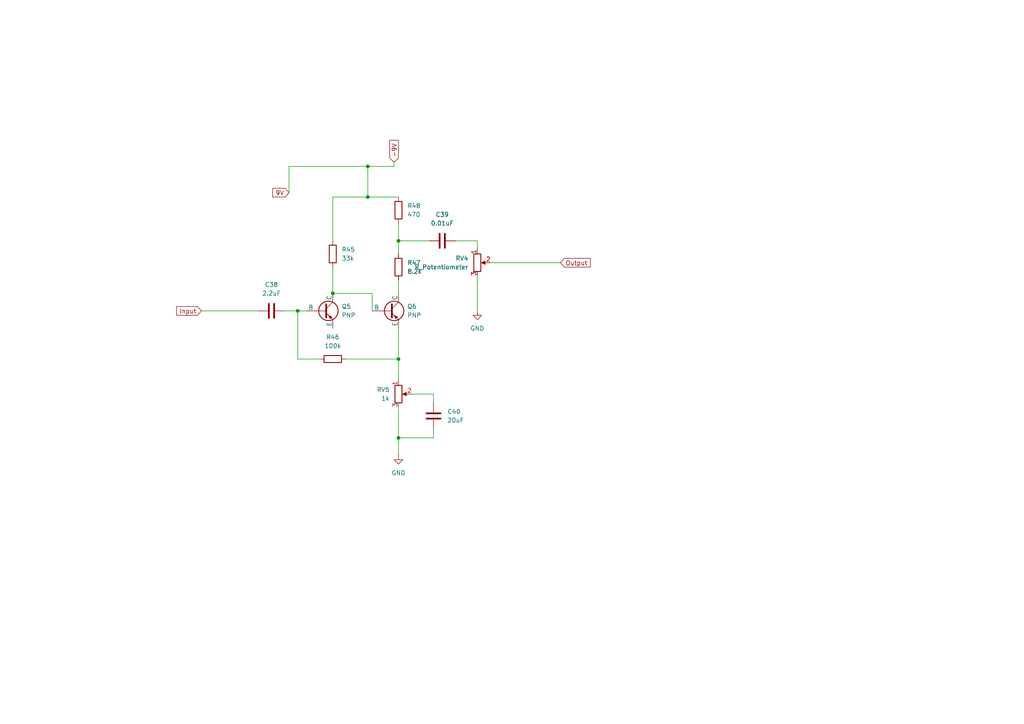
<source format=kicad_sch>
(kicad_sch (version 20231120) (generator "eeschema") (generator_version "8.0")
  (paper "A4")
  (lib_symbols
    (symbol "Device:C" (pin_numbers hide) (pin_names (offset 0.254))
      (property "Reference" "C" (at 0.635 2.54 0))
      (property "Value" "C" (at 0.635 -2.54 0))
      (symbol "C_0_1"
        (polyline (pts (xy -2.032 -0.762) (xy 2.032 -0.762)) (stroke (width 0.508)))
        (polyline (pts (xy -2.032 0.762) (xy 2.032 0.762)) (stroke (width 0.508)))
      )
      (symbol "C_1_1"
        (pin passive line (at 0 3.81 270) (length 2.794) (name "~") (number "1"))
        (pin passive line (at 0 -3.81 90) (length 2.794) (name "~") (number "2"))
      )
    )
    (symbol "Device:R" (pin_numbers hide) (pin_names (offset 0))
      (property "Reference" "R" (at 2.032 0 90))
      (property "Value" "R" (at 0 0 90))
      (symbol "R_0_1"
        (rectangle (start -1.016 -2.54) (end 1.016 2.54) (stroke (width 0.254)))
      )
      (symbol "R_1_1"
        (pin passive line (at 0 3.81 270) (length 1.27) (name "~") (number "1"))
        (pin passive line (at 0 -3.81 90) (length 1.27) (name "~") (number "2"))
      )
    )
    (symbol "Device:R_Potentiometer" (pin_names (offset 1.016) hide)
      (property "Reference" "RV" (at -4.445 0 90))
      (property "Value" "R_Potentiometer" (at -2.54 0 90))
      (symbol "R_Potentiometer_0_1"
        (polyline (pts (xy 2.54 0) (xy 1.524 0)))
        (polyline (pts (xy 1.143 0) (xy 2.286 0.508) (xy 2.286 -0.508) (xy 1.143 0)) (fill (type outline)))
        (rectangle (start 1.016 2.54) (end -1.016 -2.54) (stroke (width 0.254)))
      )
      (symbol "R_Potentiometer_1_1"
        (pin passive line (at 0 3.81 270) (length 1.27) (name "1") (number "1"))
        (pin passive line (at 3.81 0 180) (length 1.27) (name "2") (number "2"))
        (pin passive line (at 0 -3.81 90) (length 1.27) (name "3") (number "3"))
      )
    )
    (symbol "Simulation_SPICE:PNP" (pin_numbers hide) (pin_names (offset 0))
      (property "Reference" "Q" (at -2.54 7.62 0))
      (property "Value" "PNP" (at -2.54 5.08 0))
      (symbol "PNP_0_1"
        (polyline (pts (xy -2.54 0) (xy 0.635 0)) (stroke (width 0.1524)))
        (polyline (pts (xy 0.635 0.635) (xy 2.54 2.54)))
        (polyline (pts (xy 0.635 -0.635) (xy 2.54 -2.54) (xy 2.54 -2.54)))
        (polyline (pts (xy 0.635 1.905) (xy 0.635 -1.905) (xy 0.635 -1.905)) (stroke (width 0.508)))
        (polyline (pts (xy 2.286 -1.778) (xy 1.778 -2.286) (xy 1.27 -1.27) (xy 2.286 -1.778) (xy 2.286 -1.778)) (fill (type outline)))
        (circle (center 1.27 0) (radius 2.8194) (stroke (width 0.254)))
      )
      (symbol "PNP_1_1"
        (pin open_collector line (at 2.54 5.08 270) (length 2.54) (name "C") (number "1"))
        (pin input line (at -5.08 0 0) (length 2.54) (name "B") (number "2"))
        (pin open_emitter line (at 2.54 -5.08 90) (length 2.54) (name "E") (number "3"))
      )
    )
    (symbol "power:GND" (power) (pin_numbers hide) (pin_names (offset 0) hide)
      (property "Value" "GND" (at 0 -3.81 0))
      (symbol "GND_0_1"
        (polyline (pts (xy 0 0) (xy 0 -1.27) (xy 1.27 -1.27) (xy 0 -2.54) (xy -1.27 -1.27) (xy 0 -1.27)))
      )
      (symbol "GND_1_1"
        (pin power_in line (at 0 0 270) (length 0) (name "~") (number "1"))
      )
    )
  )
  (junction (at 106.68 48.26))
  (junction (at 106.68 57.15))
  (junction (at 115.57 69.85))
  (junction (at 86.36 90.17))
  (junction (at 115.57 127))
  (junction (at 115.57 104.14))
  (junction (at 96.52 85.09))
  (wire (pts (xy 58.42 90.17) (xy 74.93 90.17)))
  (wire (pts (xy 142.24 76.2) (xy 162.56 76.2)))
  (wire (pts (xy 115.57 95.25) (xy 115.57 104.14)))
  (wire (pts (xy 138.43 80.01) (xy 138.43 90.17)))
  (wire (pts (xy 115.57 104.14) (xy 115.57 110.49)))
  (wire (pts (xy 96.52 77.47) (xy 96.52 85.09)))
  (wire (pts (xy 115.57 69.85) (xy 124.46 69.85)))
  (wire (pts (xy 92.71 104.14) (xy 86.36 104.14)))
  (wire (pts (xy 125.73 116.84) (xy 125.73 114.3)))
  (wire (pts (xy 106.68 48.26) (xy 114.3 48.26)))
  (wire (pts (xy 107.95 85.09) (xy 96.52 85.09)))
  (wire (pts (xy 86.36 90.17) (xy 88.9 90.17)))
  (wire (pts (xy 83.82 48.26) (xy 83.82 55.88)))
  (wire (pts (xy 96.52 69.85) (xy 96.52 57.15)))
  (wire (pts (xy 125.73 124.46) (xy 125.73 127)))
  (wire (pts (xy 115.57 81.28) (xy 115.57 85.09)))
  (wire (pts (xy 138.43 69.85) (xy 138.43 72.39)))
  (wire (pts (xy 115.57 127) (xy 125.73 127)))
  (wire (pts (xy 115.57 127) (xy 115.57 132.08)))
  (wire (pts (xy 96.52 57.15) (xy 106.68 57.15)))
  (wire (pts (xy 82.55 90.17) (xy 86.36 90.17)))
  (wire (pts (xy 106.68 57.15) (xy 115.57 57.15)))
  (wire (pts (xy 119.38 114.3) (xy 125.73 114.3)))
  (wire (pts (xy 114.3 46.99) (xy 114.3 48.26)))
  (wire (pts (xy 115.57 118.11) (xy 115.57 127)))
  (wire (pts (xy 106.68 57.15) (xy 106.68 48.26)))
  (wire (pts (xy 115.57 64.77) (xy 115.57 69.85)))
  (wire (pts (xy 106.68 48.26) (xy 83.82 48.26)))
  (wire (pts (xy 107.95 90.17) (xy 107.95 85.09)))
  (wire (pts (xy 132.08 69.85) (xy 138.43 69.85)))
  (wire (pts (xy 115.57 69.85) (xy 115.57 73.66)))
  (wire (pts (xy 100.33 104.14) (xy 115.57 104.14)))
  (wire (pts (xy 86.36 104.14) (xy 86.36 90.17)))
  (global_label "9V" (shape input) (at 83.82 55.88 180) (property "Intersheetrefs" "${INTERSHEET_REFS}" (effects (hide yes))))
  (global_label "Input" (shape input) (at 58.42 90.17 180) (property "Intersheetrefs" "${INTERSHEET_REFS}" (effects (hide yes))))
  (global_label "Output" (shape input) (at 162.56 76.2 0) (property "Intersheetrefs" "${INTERSHEET_REFS}" (effects (hide yes))))
  (global_label "-9V" (shape input) (at 114.3 46.99 90) (property "Intersheetrefs" "${INTERSHEET_REFS}" (effects (hide yes))))
  (symbol (lib_id "Simulation_SPICE:PNP") (at 93.98 90.17 0) (unit 1)
    (property "Reference" "Q5" (at 99.06 88.8999 0) (effects (justify left)))
    (property "Value" "PNP" (at 99.06 91.4399 0) (effects (justify left)))
    (property "Datasheet" "https://ngspice.sourceforge.io/docs/ngspice-html-manual/manual.xhtml#cha_BJTs" (effects (hide yes)))
    (property "Description" "Bipolar transistor symbol for simulation only, substrate tied to the emitter" (effects (hide yes)))
    (property "Sim.Device" "PNP" (effects (hide yes)))
    (property "Sim.Type" "GUMMELPOON" (effects (hide yes)))
    (property "Sim.Pins" "1=C 2=B 3=E" (effects (hide yes)))
  )
  (symbol (lib_id "Device:R_Potentiometer") (at 138.43 76.2 0) (unit 1)
    (property "Reference" "RV4" (at 135.89 74.9299 0) (effects (justify right)))
    (property "Value" "R_Potentiometer" (at 135.89 77.4699 0) (effects (justify right)))
    (property "Description" "Potentiometer" (effects (hide yes)))
  )
  (symbol (lib_id "Device:C") (at 78.74 90.17 90) (unit 1)
    (property "Reference" "C38" (at 78.74 82.55 90))
    (property "Value" "2.2uF" (at 78.74 85.09 90))
    (property "Description" "Unpolarized capacitor" (effects (hide yes)))
  )
  (symbol (lib_id "Device:C") (at 128.27 69.85 90) (unit 1)
    (property "Reference" "C39" (at 128.27 62.23 90))
    (property "Value" "0.01uF" (at 128.27 64.77 90))
    (property "Description" "Unpolarized capacitor" (effects (hide yes)))
  )
  (symbol (lib_id "Device:C") (at 125.73 120.65 180) (unit 1)
    (property "Reference" "C40" (at 129.7216 119.3799 0) (effects (justify right)))
    (property "Value" "20uF" (at 129.7216 121.9199 0) (effects (justify right)))
    (property "Description" "Unpolarized capacitor" (effects (hide yes)))
  )
  (symbol (lib_id "Device:R_Potentiometer") (at 115.57 114.3 0) (unit 1)
    (property "Reference" "RV5" (at 113.03 113.0299 0) (effects (justify right)))
    (property "Value" "1k" (at 113.03 115.5699 0) (effects (justify right)))
    (property "Description" "Potentiometer" (effects (hide yes)))
  )
  (symbol (lib_id "Simulation_SPICE:PNP") (at 113.03 90.17 0) (unit 1)
    (property "Reference" "Q6" (at 118.11 88.8999 0) (effects (justify left)))
    (property "Value" "PNP" (at 118.11 91.4399 0) (effects (justify left)))
    (property "Datasheet" "https://ngspice.sourceforge.io/docs/ngspice-html-manual/manual.xhtml#cha_BJTs" (effects (hide yes)))
    (property "Description" "Bipolar transistor symbol for simulation only, substrate tied to the emitter" (effects (hide yes)))
    (property "Sim.Device" "PNP" (effects (hide yes)))
    (property "Sim.Type" "GUMMELPOON" (effects (hide yes)))
    (property "Sim.Pins" "1=C 2=B 3=E" (effects (hide yes)))
  )
  (symbol (lib_id "Device:R") (at 96.52 73.66 0) (unit 1)
    (property "Reference" "R45" (at 99.06 72.3899 0) (effects (justify left)))
    (property "Value" "33k" (at 99.06 74.9299 0) (effects (justify left)))
    (property "Description" "Resistor" (effects (hide yes)))
  )
  (symbol (lib_id "power:GND") (at 138.43 90.17 0) (unit 1)
    (property "Reference" "#PWR042" (effects (hide yes)))
    (property "Value" "GND" (at 138.43 95.25 0))
    (property "Description" "Power symbol creates a global label with name \"GND\" , ground" (effects (hide yes)))
  )
  (symbol (lib_id "Device:R") (at 96.52 104.14 90) (unit 1)
    (property "Reference" "R46" (at 96.52 97.79 90))
    (property "Value" "100k" (at 96.52 100.33 90))
    (property "Description" "Resistor" (effects (hide yes)))
  )
  (symbol (lib_id "Device:R") (at 115.57 60.96 0) (unit 1)
    (property "Reference" "R48" (at 118.11 59.6899 0) (effects (justify left)))
    (property "Value" "470" (at 118.11 62.2299 0) (effects (justify left)))
    (property "Description" "Resistor" (effects (hide yes)))
  )
  (symbol (lib_id "Device:R") (at 115.57 77.47 0) (unit 1)
    (property "Reference" "R47" (at 118.11 76.1999 0) (effects (justify left)))
    (property "Value" "8.2k" (at 118.11 78.7399 0) (effects (justify left)))
    (property "Description" "Resistor" (effects (hide yes)))
  )
  (symbol (lib_id "power:GND") (at 115.57 132.08 0) (unit 1)
    (property "Reference" "#PWR041" (effects (hide yes)))
    (property "Value" "GND" (at 115.57 137.16 0))
    (property "Description" "Power symbol creates a global label with name \"GND\" , ground" (effects (hide yes)))
  )
)
</source>
